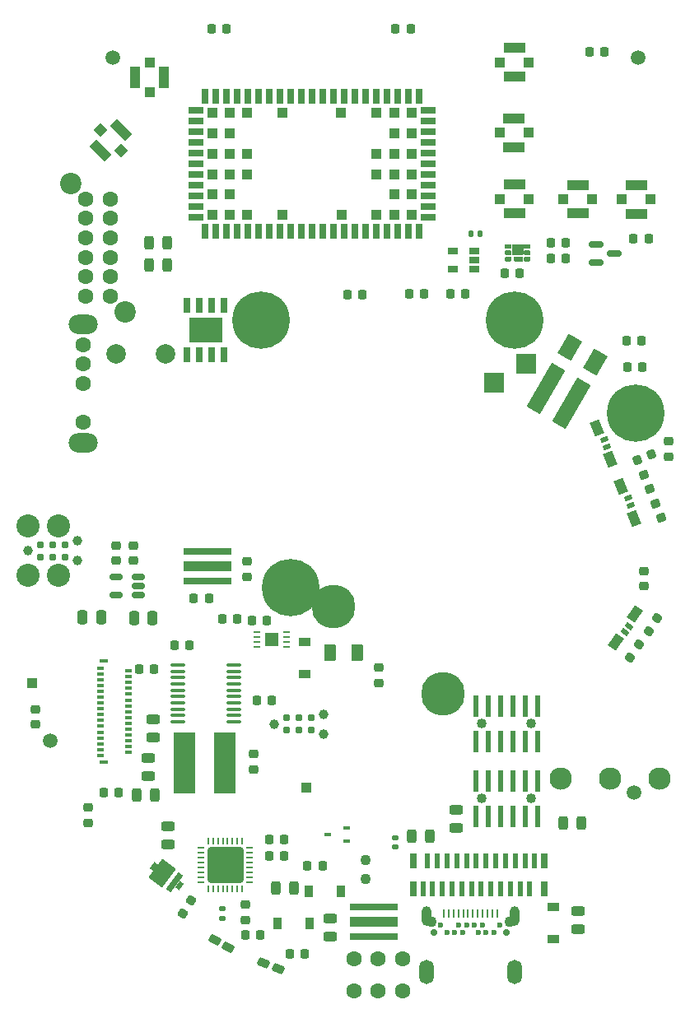
<source format=gbr>
G04 #@! TF.GenerationSoftware,KiCad,Pcbnew,8.0.8+dfsg-1*
G04 #@! TF.CreationDate,2025-03-16T16:58:16-04:00*
G04 #@! TF.ProjectId,RUST_Motherboard,52555354-5f4d-46f7-9468-6572626f6172,rev?*
G04 #@! TF.SameCoordinates,Original*
G04 #@! TF.FileFunction,Soldermask,Top*
G04 #@! TF.FilePolarity,Negative*
%FSLAX46Y46*%
G04 Gerber Fmt 4.6, Leading zero omitted, Abs format (unit mm)*
G04 Created by KiCad (PCBNEW 8.0.8+dfsg-1) date 2025-03-16 16:58:16*
%MOMM*%
%LPD*%
G01*
G04 APERTURE LIST*
G04 Aperture macros list*
%AMRoundRect*
0 Rectangle with rounded corners*
0 $1 Rounding radius*
0 $2 $3 $4 $5 $6 $7 $8 $9 X,Y pos of 4 corners*
0 Add a 4 corners polygon primitive as box body*
4,1,4,$2,$3,$4,$5,$6,$7,$8,$9,$2,$3,0*
0 Add four circle primitives for the rounded corners*
1,1,$1+$1,$2,$3*
1,1,$1+$1,$4,$5*
1,1,$1+$1,$6,$7*
1,1,$1+$1,$8,$9*
0 Add four rect primitives between the rounded corners*
20,1,$1+$1,$2,$3,$4,$5,0*
20,1,$1+$1,$4,$5,$6,$7,0*
20,1,$1+$1,$6,$7,$8,$9,0*
20,1,$1+$1,$8,$9,$2,$3,0*%
%AMRotRect*
0 Rectangle, with rotation*
0 The origin of the aperture is its center*
0 $1 length*
0 $2 width*
0 $3 Rotation angle, in degrees counterclockwise*
0 Add horizontal line*
21,1,$1,$2,0,0,$3*%
G04 Aperture macros list end*
%ADD10C,0.010000*%
%ADD11RoundRect,0.147500X0.172500X-0.147500X0.172500X0.147500X-0.172500X0.147500X-0.172500X-0.147500X0*%
%ADD12RoundRect,0.225000X-0.225000X-0.250000X0.225000X-0.250000X0.225000X0.250000X-0.225000X0.250000X0*%
%ADD13RoundRect,0.218750X-0.218750X-0.256250X0.218750X-0.256250X0.218750X0.256250X-0.218750X0.256250X0*%
%ADD14C,1.020000*%
%ADD15R,0.600000X2.250000*%
%ADD16C,2.300000*%
%ADD17R,0.800000X1.600000*%
%ADD18R,0.600000X1.600000*%
%ADD19R,1.200000X0.900000*%
%ADD20RoundRect,0.243750X-0.243750X-0.456250X0.243750X-0.456250X0.243750X0.456250X-0.243750X0.456250X0*%
%ADD21RoundRect,0.243750X0.456250X-0.243750X0.456250X0.243750X-0.456250X0.243750X-0.456250X-0.243750X0*%
%ADD22RoundRect,0.243750X0.243750X0.456250X-0.243750X0.456250X-0.243750X-0.456250X0.243750X-0.456250X0*%
%ADD23C,1.600000*%
%ADD24RoundRect,0.225000X0.225000X0.250000X-0.225000X0.250000X-0.225000X-0.250000X0.225000X-0.250000X0*%
%ADD25C,1.500000*%
%ADD26RoundRect,0.212500X-0.449585X-0.055039X0.297279X-0.341733X0.449585X0.055039X-0.297279X0.341733X0*%
%ADD27RoundRect,0.218750X-0.256250X0.218750X-0.256250X-0.218750X0.256250X-0.218750X0.256250X0.218750X0*%
%ADD28R,1.360000X1.460000*%
%ADD29R,0.750000X0.280000*%
%ADD30C,0.700000*%
%ADD31R,0.280000X0.890000*%
%ADD32C,0.600000*%
%ADD33O,1.000000X2.000000*%
%ADD34O,1.500000X2.500000*%
%ADD35C,1.100000*%
%ADD36R,0.800000X1.500000*%
%ADD37R,1.500000X0.800000*%
%ADD38R,1.100000X1.100000*%
%ADD39RoundRect,0.218750X0.256250X-0.218750X0.256250X0.218750X-0.256250X0.218750X-0.256250X-0.218750X0*%
%ADD40RoundRect,0.218750X-0.319536X0.106829X-0.155646X-0.298814X0.319536X-0.106829X0.155646X0.298814X0*%
%ADD41RoundRect,0.218750X0.084438X-0.326168X0.335378X0.032211X-0.084438X0.326168X-0.335378X-0.032211X0*%
%ADD42RoundRect,0.218750X-0.084438X0.326168X-0.335378X-0.032211X0.084438X-0.326168X0.335378X0.032211X0*%
%ADD43RoundRect,0.218750X0.218750X0.256250X-0.218750X0.256250X-0.218750X-0.256250X0.218750X-0.256250X0*%
%ADD44RoundRect,0.218750X0.319536X-0.106829X0.155646X0.298814X-0.319536X0.106829X-0.155646X-0.298814X0*%
%ADD45RoundRect,0.147500X-0.147500X-0.172500X0.147500X-0.172500X0.147500X0.172500X-0.147500X0.172500X0*%
%ADD46R,1.000000X1.000000*%
%ADD47R,1.050000X2.200000*%
%ADD48RotRect,1.000000X1.000000X45.000000*%
%ADD49RotRect,1.050000X2.200000X45.000000*%
%ADD50RoundRect,0.212500X-0.452942X0.000162X0.253416X-0.375415X0.452942X-0.000162X-0.253416X0.375415X0*%
%ADD51R,5.000000X0.700000*%
%ADD52R,5.000000X1.000000*%
%ADD53C,2.375000*%
%ADD54C,0.991000*%
%ADD55C,0.787000*%
%ADD56RoundRect,0.218750X-0.106829X-0.319536X0.298814X-0.155646X0.106829X0.319536X-0.298814X0.155646X0*%
%ADD57R,1.060000X0.650000*%
%ADD58RoundRect,0.243750X-0.456250X0.243750X-0.456250X-0.243750X0.456250X-0.243750X0.456250X0.243750X0*%
%ADD59R,0.700000X0.450000*%
%ADD60R,2.200000X6.300000*%
%ADD61R,2.200000X1.050000*%
%ADD62RoundRect,0.218750X0.101392X-0.321302X0.333232X0.049719X-0.101392X0.321302X-0.333232X-0.049719X0*%
%ADD63RotRect,0.800000X0.500000X53.000000*%
%ADD64RotRect,2.400000X1.750000X53.000000*%
%ADD65RotRect,2.150000X0.600000X53.000000*%
%ADD66RoundRect,0.150000X-0.587500X-0.150000X0.587500X-0.150000X0.587500X0.150000X-0.587500X0.150000X0*%
%ADD67R,0.950000X0.400000*%
%ADD68R,0.800000X0.300000*%
%ADD69R,0.650000X0.300000*%
%ADD70RoundRect,0.250000X-0.375000X-0.625000X0.375000X-0.625000X0.375000X0.625000X-0.375000X0.625000X0*%
%ADD71R,3.500000X2.610000*%
%ADD72RoundRect,0.147500X-0.172500X0.147500X-0.172500X-0.147500X0.172500X-0.147500X0.172500X0.147500X0*%
%ADD73RoundRect,0.225000X-0.250000X0.225000X-0.250000X-0.225000X0.250000X-0.225000X0.250000X0.225000X0*%
%ADD74RotRect,1.600000X5.200000X330.000000*%
%ADD75RotRect,1.600000X2.300000X330.000000*%
%ADD76RoundRect,0.062500X0.312500X0.062500X-0.312500X0.062500X-0.312500X-0.062500X0.312500X-0.062500X0*%
%ADD77RoundRect,0.062500X0.062500X0.312500X-0.062500X0.312500X-0.062500X-0.312500X0.062500X-0.312500X0*%
%ADD78RoundRect,0.249999X1.575001X1.575001X-1.575001X1.575001X-1.575001X-1.575001X1.575001X-1.575001X0*%
%ADD79RoundRect,0.250000X-0.250000X-0.475000X0.250000X-0.475000X0.250000X0.475000X-0.250000X0.475000X0*%
%ADD80RoundRect,0.250000X0.250000X0.475000X-0.250000X0.475000X-0.250000X-0.475000X0.250000X-0.475000X0*%
%ADD81RoundRect,0.150000X0.512500X0.150000X-0.512500X0.150000X-0.512500X-0.150000X0.512500X-0.150000X0*%
%ADD82RoundRect,0.100000X0.637500X0.100000X-0.637500X0.100000X-0.637500X-0.100000X0.637500X-0.100000X0*%
%ADD83RotRect,0.500000X0.800000X112.000000*%
%ADD84RotRect,1.500000X1.000000X112.000000*%
%ADD85R,0.900000X1.200000*%
%ADD86R,2.000000X2.000000*%
%ADD87C,2.000000*%
%ADD88RotRect,0.500000X0.800000X55.000000*%
%ADD89RotRect,1.500000X1.000000X55.000000*%
%ADD90C,5.900000*%
%ADD91O,3.000000X2.000000*%
%ADD92C,2.200000*%
%ADD93C,4.500000*%
G04 APERTURE END LIST*
D10*
X163505234Y-78147637D02*
X163510453Y-78148048D01*
X163515643Y-78148731D01*
X163520791Y-78149685D01*
X163525882Y-78150907D01*
X163530902Y-78152394D01*
X163535837Y-78154142D01*
X163540674Y-78156145D01*
X163545399Y-78158399D01*
X163550000Y-78160897D01*
X163554464Y-78163633D01*
X163558779Y-78166598D01*
X163562932Y-78169785D01*
X163566913Y-78173186D01*
X163570711Y-78176789D01*
X163574314Y-78180587D01*
X163577715Y-78184568D01*
X163580902Y-78188721D01*
X163583867Y-78193036D01*
X163586603Y-78197500D01*
X163589101Y-78202101D01*
X163591355Y-78206826D01*
X163593358Y-78211663D01*
X163595106Y-78216598D01*
X163596593Y-78221618D01*
X163597815Y-78226709D01*
X163598769Y-78231857D01*
X163599452Y-78237047D01*
X163599863Y-78242266D01*
X163600000Y-78247500D01*
X163600000Y-78447500D01*
X163599863Y-78452734D01*
X163599452Y-78457953D01*
X163598769Y-78463143D01*
X163597815Y-78468291D01*
X163596593Y-78473382D01*
X163595106Y-78478402D01*
X163593358Y-78483337D01*
X163591355Y-78488174D01*
X163589101Y-78492899D01*
X163586603Y-78497500D01*
X163583867Y-78501964D01*
X163580902Y-78506279D01*
X163577715Y-78510432D01*
X163574314Y-78514413D01*
X163570711Y-78518211D01*
X163566913Y-78521814D01*
X163562932Y-78525215D01*
X163558779Y-78528402D01*
X163554464Y-78531367D01*
X163550000Y-78534103D01*
X163545399Y-78536601D01*
X163540674Y-78538855D01*
X163535837Y-78540858D01*
X163530902Y-78542606D01*
X163525882Y-78544093D01*
X163520791Y-78545315D01*
X163515643Y-78546269D01*
X163510453Y-78546952D01*
X163505234Y-78547363D01*
X163500000Y-78547500D01*
X163150000Y-78547500D01*
X163144766Y-78547363D01*
X163139547Y-78546952D01*
X163134357Y-78546269D01*
X163129209Y-78545315D01*
X163124118Y-78544093D01*
X163119098Y-78542606D01*
X163114163Y-78540858D01*
X163109326Y-78538855D01*
X163104601Y-78536601D01*
X163100000Y-78534103D01*
X163095536Y-78531367D01*
X163091221Y-78528402D01*
X163087068Y-78525215D01*
X163083087Y-78521814D01*
X163079289Y-78518211D01*
X163075686Y-78514413D01*
X163072285Y-78510432D01*
X163069098Y-78506279D01*
X163066133Y-78501964D01*
X163063397Y-78497500D01*
X163060899Y-78492899D01*
X163058645Y-78488174D01*
X163056642Y-78483337D01*
X163054894Y-78478402D01*
X163053407Y-78473382D01*
X163052185Y-78468291D01*
X163051231Y-78463143D01*
X163050548Y-78457953D01*
X163050137Y-78452734D01*
X163050000Y-78447500D01*
X163050000Y-78247500D01*
X163050137Y-78242266D01*
X163050548Y-78237047D01*
X163051231Y-78231857D01*
X163052185Y-78226709D01*
X163053407Y-78221618D01*
X163054894Y-78216598D01*
X163056642Y-78211663D01*
X163058645Y-78206826D01*
X163060899Y-78202101D01*
X163063397Y-78197500D01*
X163066133Y-78193036D01*
X163069098Y-78188721D01*
X163072285Y-78184568D01*
X163075686Y-78180587D01*
X163079289Y-78176789D01*
X163083087Y-78173186D01*
X163087068Y-78169785D01*
X163091221Y-78166598D01*
X163095536Y-78163633D01*
X163100000Y-78160897D01*
X163104601Y-78158399D01*
X163109326Y-78156145D01*
X163114163Y-78154142D01*
X163119098Y-78152394D01*
X163124118Y-78150907D01*
X163129209Y-78149685D01*
X163134357Y-78148731D01*
X163139547Y-78148048D01*
X163144766Y-78147637D01*
X163150000Y-78147500D01*
X163500000Y-78147500D01*
X163505234Y-78147637D01*
G36*
X163505234Y-78147637D02*
G01*
X163510453Y-78148048D01*
X163515643Y-78148731D01*
X163520791Y-78149685D01*
X163525882Y-78150907D01*
X163530902Y-78152394D01*
X163535837Y-78154142D01*
X163540674Y-78156145D01*
X163545399Y-78158399D01*
X163550000Y-78160897D01*
X163554464Y-78163633D01*
X163558779Y-78166598D01*
X163562932Y-78169785D01*
X163566913Y-78173186D01*
X163570711Y-78176789D01*
X163574314Y-78180587D01*
X163577715Y-78184568D01*
X163580902Y-78188721D01*
X163583867Y-78193036D01*
X163586603Y-78197500D01*
X163589101Y-78202101D01*
X163591355Y-78206826D01*
X163593358Y-78211663D01*
X163595106Y-78216598D01*
X163596593Y-78221618D01*
X163597815Y-78226709D01*
X163598769Y-78231857D01*
X163599452Y-78237047D01*
X163599863Y-78242266D01*
X163600000Y-78247500D01*
X163600000Y-78447500D01*
X163599863Y-78452734D01*
X163599452Y-78457953D01*
X163598769Y-78463143D01*
X163597815Y-78468291D01*
X163596593Y-78473382D01*
X163595106Y-78478402D01*
X163593358Y-78483337D01*
X163591355Y-78488174D01*
X163589101Y-78492899D01*
X163586603Y-78497500D01*
X163583867Y-78501964D01*
X163580902Y-78506279D01*
X163577715Y-78510432D01*
X163574314Y-78514413D01*
X163570711Y-78518211D01*
X163566913Y-78521814D01*
X163562932Y-78525215D01*
X163558779Y-78528402D01*
X163554464Y-78531367D01*
X163550000Y-78534103D01*
X163545399Y-78536601D01*
X163540674Y-78538855D01*
X163535837Y-78540858D01*
X163530902Y-78542606D01*
X163525882Y-78544093D01*
X163520791Y-78545315D01*
X163515643Y-78546269D01*
X163510453Y-78546952D01*
X163505234Y-78547363D01*
X163500000Y-78547500D01*
X163150000Y-78547500D01*
X163144766Y-78547363D01*
X163139547Y-78546952D01*
X163134357Y-78546269D01*
X163129209Y-78545315D01*
X163124118Y-78544093D01*
X163119098Y-78542606D01*
X163114163Y-78540858D01*
X163109326Y-78538855D01*
X163104601Y-78536601D01*
X163100000Y-78534103D01*
X163095536Y-78531367D01*
X163091221Y-78528402D01*
X163087068Y-78525215D01*
X163083087Y-78521814D01*
X163079289Y-78518211D01*
X163075686Y-78514413D01*
X163072285Y-78510432D01*
X163069098Y-78506279D01*
X163066133Y-78501964D01*
X163063397Y-78497500D01*
X163060899Y-78492899D01*
X163058645Y-78488174D01*
X163056642Y-78483337D01*
X163054894Y-78478402D01*
X163053407Y-78473382D01*
X163052185Y-78468291D01*
X163051231Y-78463143D01*
X163050548Y-78457953D01*
X163050137Y-78452734D01*
X163050000Y-78447500D01*
X163050000Y-78247500D01*
X163050137Y-78242266D01*
X163050548Y-78237047D01*
X163051231Y-78231857D01*
X163052185Y-78226709D01*
X163053407Y-78221618D01*
X163054894Y-78216598D01*
X163056642Y-78211663D01*
X163058645Y-78206826D01*
X163060899Y-78202101D01*
X163063397Y-78197500D01*
X163066133Y-78193036D01*
X163069098Y-78188721D01*
X163072285Y-78184568D01*
X163075686Y-78180587D01*
X163079289Y-78176789D01*
X163083087Y-78173186D01*
X163087068Y-78169785D01*
X163091221Y-78166598D01*
X163095536Y-78163633D01*
X163100000Y-78160897D01*
X163104601Y-78158399D01*
X163109326Y-78156145D01*
X163114163Y-78154142D01*
X163119098Y-78152394D01*
X163124118Y-78150907D01*
X163129209Y-78149685D01*
X163134357Y-78148731D01*
X163139547Y-78148048D01*
X163144766Y-78147637D01*
X163150000Y-78147500D01*
X163500000Y-78147500D01*
X163505234Y-78147637D01*
G37*
X163505234Y-78797637D02*
X163510453Y-78798048D01*
X163515643Y-78798731D01*
X163520791Y-78799685D01*
X163525882Y-78800907D01*
X163530902Y-78802394D01*
X163535837Y-78804142D01*
X163540674Y-78806145D01*
X163545399Y-78808399D01*
X163550000Y-78810897D01*
X163554464Y-78813633D01*
X163558779Y-78816598D01*
X163562932Y-78819785D01*
X163566913Y-78823186D01*
X163570711Y-78826789D01*
X163574314Y-78830587D01*
X163577715Y-78834568D01*
X163580902Y-78838721D01*
X163583867Y-78843036D01*
X163586603Y-78847500D01*
X163589101Y-78852101D01*
X163591355Y-78856826D01*
X163593358Y-78861663D01*
X163595106Y-78866598D01*
X163596593Y-78871618D01*
X163597815Y-78876709D01*
X163598769Y-78881857D01*
X163599452Y-78887047D01*
X163599863Y-78892266D01*
X163600000Y-78897500D01*
X163600000Y-79097500D01*
X163599863Y-79102734D01*
X163599452Y-79107953D01*
X163598769Y-79113143D01*
X163597815Y-79118291D01*
X163596593Y-79123382D01*
X163595106Y-79128402D01*
X163593358Y-79133337D01*
X163591355Y-79138174D01*
X163589101Y-79142899D01*
X163586603Y-79147500D01*
X163583867Y-79151964D01*
X163580902Y-79156279D01*
X163577715Y-79160432D01*
X163574314Y-79164413D01*
X163570711Y-79168211D01*
X163566913Y-79171814D01*
X163562932Y-79175215D01*
X163558779Y-79178402D01*
X163554464Y-79181367D01*
X163550000Y-79184103D01*
X163545399Y-79186601D01*
X163540674Y-79188855D01*
X163535837Y-79190858D01*
X163530902Y-79192606D01*
X163525882Y-79194093D01*
X163520791Y-79195315D01*
X163515643Y-79196269D01*
X163510453Y-79196952D01*
X163505234Y-79197363D01*
X163500000Y-79197500D01*
X163150000Y-79197500D01*
X163144766Y-79197363D01*
X163139547Y-79196952D01*
X163134357Y-79196269D01*
X163129209Y-79195315D01*
X163124118Y-79194093D01*
X163119098Y-79192606D01*
X163114163Y-79190858D01*
X163109326Y-79188855D01*
X163104601Y-79186601D01*
X163100000Y-79184103D01*
X163095536Y-79181367D01*
X163091221Y-79178402D01*
X163087068Y-79175215D01*
X163083087Y-79171814D01*
X163079289Y-79168211D01*
X163075686Y-79164413D01*
X163072285Y-79160432D01*
X163069098Y-79156279D01*
X163066133Y-79151964D01*
X163063397Y-79147500D01*
X163060899Y-79142899D01*
X163058645Y-79138174D01*
X163056642Y-79133337D01*
X163054894Y-79128402D01*
X163053407Y-79123382D01*
X163052185Y-79118291D01*
X163051231Y-79113143D01*
X163050548Y-79107953D01*
X163050137Y-79102734D01*
X163050000Y-79097500D01*
X163050000Y-78897500D01*
X163050137Y-78892266D01*
X163050548Y-78887047D01*
X163051231Y-78881857D01*
X163052185Y-78876709D01*
X163053407Y-78871618D01*
X163054894Y-78866598D01*
X163056642Y-78861663D01*
X163058645Y-78856826D01*
X163060899Y-78852101D01*
X163063397Y-78847500D01*
X163066133Y-78843036D01*
X163069098Y-78838721D01*
X163072285Y-78834568D01*
X163075686Y-78830587D01*
X163079289Y-78826789D01*
X163083087Y-78823186D01*
X163087068Y-78819785D01*
X163091221Y-78816598D01*
X163095536Y-78813633D01*
X163100000Y-78810897D01*
X163104601Y-78808399D01*
X163109326Y-78806145D01*
X163114163Y-78804142D01*
X163119098Y-78802394D01*
X163124118Y-78800907D01*
X163129209Y-78799685D01*
X163134357Y-78798731D01*
X163139547Y-78798048D01*
X163144766Y-78797637D01*
X163150000Y-78797500D01*
X163500000Y-78797500D01*
X163505234Y-78797637D01*
G36*
X163505234Y-78797637D02*
G01*
X163510453Y-78798048D01*
X163515643Y-78798731D01*
X163520791Y-78799685D01*
X163525882Y-78800907D01*
X163530902Y-78802394D01*
X163535837Y-78804142D01*
X163540674Y-78806145D01*
X163545399Y-78808399D01*
X163550000Y-78810897D01*
X163554464Y-78813633D01*
X163558779Y-78816598D01*
X163562932Y-78819785D01*
X163566913Y-78823186D01*
X163570711Y-78826789D01*
X163574314Y-78830587D01*
X163577715Y-78834568D01*
X163580902Y-78838721D01*
X163583867Y-78843036D01*
X163586603Y-78847500D01*
X163589101Y-78852101D01*
X163591355Y-78856826D01*
X163593358Y-78861663D01*
X163595106Y-78866598D01*
X163596593Y-78871618D01*
X163597815Y-78876709D01*
X163598769Y-78881857D01*
X163599452Y-78887047D01*
X163599863Y-78892266D01*
X163600000Y-78897500D01*
X163600000Y-79097500D01*
X163599863Y-79102734D01*
X163599452Y-79107953D01*
X163598769Y-79113143D01*
X163597815Y-79118291D01*
X163596593Y-79123382D01*
X163595106Y-79128402D01*
X163593358Y-79133337D01*
X163591355Y-79138174D01*
X163589101Y-79142899D01*
X163586603Y-79147500D01*
X163583867Y-79151964D01*
X163580902Y-79156279D01*
X163577715Y-79160432D01*
X163574314Y-79164413D01*
X163570711Y-79168211D01*
X163566913Y-79171814D01*
X163562932Y-79175215D01*
X163558779Y-79178402D01*
X163554464Y-79181367D01*
X163550000Y-79184103D01*
X163545399Y-79186601D01*
X163540674Y-79188855D01*
X163535837Y-79190858D01*
X163530902Y-79192606D01*
X163525882Y-79194093D01*
X163520791Y-79195315D01*
X163515643Y-79196269D01*
X163510453Y-79196952D01*
X163505234Y-79197363D01*
X163500000Y-79197500D01*
X163150000Y-79197500D01*
X163144766Y-79197363D01*
X163139547Y-79196952D01*
X163134357Y-79196269D01*
X163129209Y-79195315D01*
X163124118Y-79194093D01*
X163119098Y-79192606D01*
X163114163Y-79190858D01*
X163109326Y-79188855D01*
X163104601Y-79186601D01*
X163100000Y-79184103D01*
X163095536Y-79181367D01*
X163091221Y-79178402D01*
X163087068Y-79175215D01*
X163083087Y-79171814D01*
X163079289Y-79168211D01*
X163075686Y-79164413D01*
X163072285Y-79160432D01*
X163069098Y-79156279D01*
X163066133Y-79151964D01*
X163063397Y-79147500D01*
X163060899Y-79142899D01*
X163058645Y-79138174D01*
X163056642Y-79133337D01*
X163054894Y-79128402D01*
X163053407Y-79123382D01*
X163052185Y-79118291D01*
X163051231Y-79113143D01*
X163050548Y-79107953D01*
X163050137Y-79102734D01*
X163050000Y-79097500D01*
X163050000Y-78897500D01*
X163050137Y-78892266D01*
X163050548Y-78887047D01*
X163051231Y-78881857D01*
X163052185Y-78876709D01*
X163053407Y-78871618D01*
X163054894Y-78866598D01*
X163056642Y-78861663D01*
X163058645Y-78856826D01*
X163060899Y-78852101D01*
X163063397Y-78847500D01*
X163066133Y-78843036D01*
X163069098Y-78838721D01*
X163072285Y-78834568D01*
X163075686Y-78830587D01*
X163079289Y-78826789D01*
X163083087Y-78823186D01*
X163087068Y-78819785D01*
X163091221Y-78816598D01*
X163095536Y-78813633D01*
X163100000Y-78810897D01*
X163104601Y-78808399D01*
X163109326Y-78806145D01*
X163114163Y-78804142D01*
X163119098Y-78802394D01*
X163124118Y-78800907D01*
X163129209Y-78799685D01*
X163134357Y-78798731D01*
X163139547Y-78798048D01*
X163144766Y-78797637D01*
X163150000Y-78797500D01*
X163500000Y-78797500D01*
X163505234Y-78797637D01*
G37*
X163505234Y-79447637D02*
X163510453Y-79448048D01*
X163515643Y-79448731D01*
X163520791Y-79449685D01*
X163525882Y-79450907D01*
X163530902Y-79452394D01*
X163535837Y-79454142D01*
X163540674Y-79456145D01*
X163545399Y-79458399D01*
X163550000Y-79460897D01*
X163554464Y-79463633D01*
X163558779Y-79466598D01*
X163562932Y-79469785D01*
X163566913Y-79473186D01*
X163570711Y-79476789D01*
X163574314Y-79480587D01*
X163577715Y-79484568D01*
X163580902Y-79488721D01*
X163583867Y-79493036D01*
X163586603Y-79497500D01*
X163589101Y-79502101D01*
X163591355Y-79506826D01*
X163593358Y-79511663D01*
X163595106Y-79516598D01*
X163596593Y-79521618D01*
X163597815Y-79526709D01*
X163598769Y-79531857D01*
X163599452Y-79537047D01*
X163599863Y-79542266D01*
X163600000Y-79547500D01*
X163600000Y-79747500D01*
X163599863Y-79752734D01*
X163599452Y-79757953D01*
X163598769Y-79763143D01*
X163597815Y-79768291D01*
X163596593Y-79773382D01*
X163595106Y-79778402D01*
X163593358Y-79783337D01*
X163591355Y-79788174D01*
X163589101Y-79792899D01*
X163586603Y-79797500D01*
X163583867Y-79801964D01*
X163580902Y-79806279D01*
X163577715Y-79810432D01*
X163574314Y-79814413D01*
X163570711Y-79818211D01*
X163566913Y-79821814D01*
X163562932Y-79825215D01*
X163558779Y-79828402D01*
X163554464Y-79831367D01*
X163550000Y-79834103D01*
X163545399Y-79836601D01*
X163540674Y-79838855D01*
X163535837Y-79840858D01*
X163530902Y-79842606D01*
X163525882Y-79844093D01*
X163520791Y-79845315D01*
X163515643Y-79846269D01*
X163510453Y-79846952D01*
X163505234Y-79847363D01*
X163500000Y-79847500D01*
X163150000Y-79847500D01*
X163144766Y-79847363D01*
X163139547Y-79846952D01*
X163134357Y-79846269D01*
X163129209Y-79845315D01*
X163124118Y-79844093D01*
X163119098Y-79842606D01*
X163114163Y-79840858D01*
X163109326Y-79838855D01*
X163104601Y-79836601D01*
X163100000Y-79834103D01*
X163095536Y-79831367D01*
X163091221Y-79828402D01*
X163087068Y-79825215D01*
X163083087Y-79821814D01*
X163079289Y-79818211D01*
X163075686Y-79814413D01*
X163072285Y-79810432D01*
X163069098Y-79806279D01*
X163066133Y-79801964D01*
X163063397Y-79797500D01*
X163060899Y-79792899D01*
X163058645Y-79788174D01*
X163056642Y-79783337D01*
X163054894Y-79778402D01*
X163053407Y-79773382D01*
X163052185Y-79768291D01*
X163051231Y-79763143D01*
X163050548Y-79757953D01*
X163050137Y-79752734D01*
X163050000Y-79747500D01*
X163050000Y-79547500D01*
X163050137Y-79542266D01*
X163050548Y-79537047D01*
X163051231Y-79531857D01*
X163052185Y-79526709D01*
X163053407Y-79521618D01*
X163054894Y-79516598D01*
X163056642Y-79511663D01*
X163058645Y-79506826D01*
X163060899Y-79502101D01*
X163063397Y-79497500D01*
X163066133Y-79493036D01*
X163069098Y-79488721D01*
X163072285Y-79484568D01*
X163075686Y-79480587D01*
X163079289Y-79476789D01*
X163083087Y-79473186D01*
X163087068Y-79469785D01*
X163091221Y-79466598D01*
X163095536Y-79463633D01*
X163100000Y-79460897D01*
X163104601Y-79458399D01*
X163109326Y-79456145D01*
X163114163Y-79454142D01*
X163119098Y-79452394D01*
X163124118Y-79450907D01*
X163129209Y-79449685D01*
X163134357Y-79448731D01*
X163139547Y-79448048D01*
X163144766Y-79447637D01*
X163150000Y-79447500D01*
X163500000Y-79447500D01*
X163505234Y-79447637D01*
G36*
X163505234Y-79447637D02*
G01*
X163510453Y-79448048D01*
X163515643Y-79448731D01*
X163520791Y-79449685D01*
X163525882Y-79450907D01*
X163530902Y-79452394D01*
X163535837Y-79454142D01*
X163540674Y-79456145D01*
X163545399Y-79458399D01*
X163550000Y-79460897D01*
X163554464Y-79463633D01*
X163558779Y-79466598D01*
X163562932Y-79469785D01*
X163566913Y-79473186D01*
X163570711Y-79476789D01*
X163574314Y-79480587D01*
X163577715Y-79484568D01*
X163580902Y-79488721D01*
X163583867Y-79493036D01*
X163586603Y-79497500D01*
X163589101Y-79502101D01*
X163591355Y-79506826D01*
X163593358Y-79511663D01*
X163595106Y-79516598D01*
X163596593Y-79521618D01*
X163597815Y-79526709D01*
X163598769Y-79531857D01*
X163599452Y-79537047D01*
X163599863Y-79542266D01*
X163600000Y-79547500D01*
X163600000Y-79747500D01*
X163599863Y-79752734D01*
X163599452Y-79757953D01*
X163598769Y-79763143D01*
X163597815Y-79768291D01*
X163596593Y-79773382D01*
X163595106Y-79778402D01*
X163593358Y-79783337D01*
X163591355Y-79788174D01*
X163589101Y-79792899D01*
X163586603Y-79797500D01*
X163583867Y-79801964D01*
X163580902Y-79806279D01*
X163577715Y-79810432D01*
X163574314Y-79814413D01*
X163570711Y-79818211D01*
X163566913Y-79821814D01*
X163562932Y-79825215D01*
X163558779Y-79828402D01*
X163554464Y-79831367D01*
X163550000Y-79834103D01*
X163545399Y-79836601D01*
X163540674Y-79838855D01*
X163535837Y-79840858D01*
X163530902Y-79842606D01*
X163525882Y-79844093D01*
X163520791Y-79845315D01*
X163515643Y-79846269D01*
X163510453Y-79846952D01*
X163505234Y-79847363D01*
X163500000Y-79847500D01*
X163150000Y-79847500D01*
X163144766Y-79847363D01*
X163139547Y-79846952D01*
X163134357Y-79846269D01*
X163129209Y-79845315D01*
X163124118Y-79844093D01*
X163119098Y-79842606D01*
X163114163Y-79840858D01*
X163109326Y-79838855D01*
X163104601Y-79836601D01*
X163100000Y-79834103D01*
X163095536Y-79831367D01*
X163091221Y-79828402D01*
X163087068Y-79825215D01*
X163083087Y-79821814D01*
X163079289Y-79818211D01*
X163075686Y-79814413D01*
X163072285Y-79810432D01*
X163069098Y-79806279D01*
X163066133Y-79801964D01*
X163063397Y-79797500D01*
X163060899Y-79792899D01*
X163058645Y-79788174D01*
X163056642Y-79783337D01*
X163054894Y-79778402D01*
X163053407Y-79773382D01*
X163052185Y-79768291D01*
X163051231Y-79763143D01*
X163050548Y-79757953D01*
X163050137Y-79752734D01*
X163050000Y-79747500D01*
X163050000Y-79547500D01*
X163050137Y-79542266D01*
X163050548Y-79537047D01*
X163051231Y-79531857D01*
X163052185Y-79526709D01*
X163053407Y-79521618D01*
X163054894Y-79516598D01*
X163056642Y-79511663D01*
X163058645Y-79506826D01*
X163060899Y-79502101D01*
X163063397Y-79497500D01*
X163066133Y-79493036D01*
X163069098Y-79488721D01*
X163072285Y-79484568D01*
X163075686Y-79480587D01*
X163079289Y-79476789D01*
X163083087Y-79473186D01*
X163087068Y-79469785D01*
X163091221Y-79466598D01*
X163095536Y-79463633D01*
X163100000Y-79460897D01*
X163104601Y-79458399D01*
X163109326Y-79456145D01*
X163114163Y-79454142D01*
X163119098Y-79452394D01*
X163124118Y-79450907D01*
X163129209Y-79449685D01*
X163134357Y-79448731D01*
X163139547Y-79448048D01*
X163144766Y-79447637D01*
X163150000Y-79447500D01*
X163500000Y-79447500D01*
X163505234Y-79447637D01*
G37*
X164725234Y-79447637D02*
X164730453Y-79448048D01*
X164735643Y-79448731D01*
X164740791Y-79449685D01*
X164745882Y-79450907D01*
X164750902Y-79452394D01*
X164755837Y-79454142D01*
X164760674Y-79456145D01*
X164765399Y-79458399D01*
X164770000Y-79460897D01*
X164774464Y-79463633D01*
X164778779Y-79466598D01*
X164782932Y-79469785D01*
X164786913Y-79473186D01*
X164790711Y-79476789D01*
X164794314Y-79480587D01*
X164797715Y-79484568D01*
X164800902Y-79488721D01*
X164803867Y-79493036D01*
X164806603Y-79497500D01*
X164809101Y-79502101D01*
X164811355Y-79506826D01*
X164813358Y-79511663D01*
X164815106Y-79516598D01*
X164816593Y-79521618D01*
X164817815Y-79526709D01*
X164818769Y-79531857D01*
X164819452Y-79537047D01*
X164819863Y-79542266D01*
X164820000Y-79547500D01*
X164820000Y-79747500D01*
X164819863Y-79752734D01*
X164819452Y-79757953D01*
X164818769Y-79763143D01*
X164817815Y-79768291D01*
X164816593Y-79773382D01*
X164815106Y-79778402D01*
X164813358Y-79783337D01*
X164811355Y-79788174D01*
X164809101Y-79792899D01*
X164806603Y-79797500D01*
X164803867Y-79801964D01*
X164800902Y-79806279D01*
X164797715Y-79810432D01*
X164794314Y-79814413D01*
X164790711Y-79818211D01*
X164786913Y-79821814D01*
X164782932Y-79825215D01*
X164778779Y-79828402D01*
X164774464Y-79831367D01*
X164770000Y-79834103D01*
X164765399Y-79836601D01*
X164760674Y-79838855D01*
X164755837Y-79840858D01*
X164750902Y-79842606D01*
X164745882Y-79844093D01*
X164740791Y-79845315D01*
X164735643Y-79846269D01*
X164730453Y-79846952D01*
X164725234Y-79847363D01*
X164720000Y-79847500D01*
X164070000Y-79847500D01*
X164064766Y-79847363D01*
X164059547Y-79846952D01*
X164054357Y-79846269D01*
X164049209Y-79845315D01*
X164044118Y-79844093D01*
X164039098Y-79842606D01*
X164034163Y-79840858D01*
X164029326Y-79838855D01*
X164024601Y-79836601D01*
X164020000Y-79834103D01*
X164015536Y-79831367D01*
X164011221Y-79828402D01*
X164007068Y-79825215D01*
X164003087Y-79821814D01*
X163999289Y-79818211D01*
X163995686Y-79814413D01*
X163992285Y-79810432D01*
X163989098Y-79806279D01*
X163986133Y-79801964D01*
X163983397Y-79797500D01*
X163980899Y-79792899D01*
X163978645Y-79788174D01*
X163976642Y-79783337D01*
X163974894Y-79778402D01*
X163973407Y-79773382D01*
X163972185Y-79768291D01*
X163971231Y-79763143D01*
X163970548Y-79757953D01*
X163970137Y-79752734D01*
X163970000Y-79747500D01*
X163970000Y-79547500D01*
X163970137Y-79542266D01*
X163970548Y-79537047D01*
X163971231Y-79531857D01*
X163972185Y-79526709D01*
X163973407Y-79521618D01*
X163974894Y-79516598D01*
X163976642Y-79511663D01*
X163978645Y-79506826D01*
X163980899Y-79502101D01*
X163983397Y-79497500D01*
X163986133Y-79493036D01*
X163989098Y-79488721D01*
X163992285Y-79484568D01*
X163995686Y-79480587D01*
X163999289Y-79476789D01*
X164003087Y-79473186D01*
X164007068Y-79469785D01*
X164011221Y-79466598D01*
X164015536Y-79463633D01*
X164020000Y-79460897D01*
X164024601Y-79458399D01*
X164029326Y-79456145D01*
X164034163Y-79454142D01*
X164039098Y-79452394D01*
X164044118Y-79450907D01*
X164049209Y-79449685D01*
X164054357Y-79448731D01*
X164059547Y-79448048D01*
X164064766Y-79447637D01*
X164070000Y-79447500D01*
X164720000Y-79447500D01*
X164725234Y-79447637D01*
G36*
X164725234Y-79447637D02*
G01*
X164730453Y-79448048D01*
X164735643Y-79448731D01*
X164740791Y-79449685D01*
X164745882Y-79450907D01*
X164750902Y-79452394D01*
X164755837Y-79454142D01*
X164760674Y-79456145D01*
X164765399Y-79458399D01*
X164770000Y-79460897D01*
X164774464Y-79463633D01*
X164778779Y-79466598D01*
X164782932Y-79469785D01*
X164786913Y-79473186D01*
X164790711Y-79476789D01*
X164794314Y-79480587D01*
X164797715Y-79484568D01*
X164800902Y-79488721D01*
X164803867Y-79493036D01*
X164806603Y-79497500D01*
X164809101Y-79502101D01*
X164811355Y-79506826D01*
X164813358Y-79511663D01*
X164815106Y-79516598D01*
X164816593Y-79521618D01*
X164817815Y-79526709D01*
X164818769Y-79531857D01*
X164819452Y-79537047D01*
X164819863Y-79542266D01*
X164820000Y-79547500D01*
X164820000Y-79747500D01*
X164819863Y-79752734D01*
X164819452Y-79757953D01*
X164818769Y-79763143D01*
X164817815Y-79768291D01*
X164816593Y-79773382D01*
X164815106Y-79778402D01*
X164813358Y-79783337D01*
X164811355Y-79788174D01*
X164809101Y-79792899D01*
X164806603Y-79797500D01*
X164803867Y-79801964D01*
X164800902Y-79806279D01*
X164797715Y-79810432D01*
X164794314Y-79814413D01*
X164790711Y-79818211D01*
X164786913Y-79821814D01*
X164782932Y-79825215D01*
X164778779Y-79828402D01*
X164774464Y-79831367D01*
X164770000Y-79834103D01*
X164765399Y-79836601D01*
X164760674Y-79838855D01*
X164755837Y-79840858D01*
X164750902Y-79842606D01*
X164745882Y-79844093D01*
X164740791Y-79845315D01*
X164735643Y-79846269D01*
X164730453Y-79846952D01*
X164725234Y-79847363D01*
X164720000Y-79847500D01*
X164070000Y-79847500D01*
X164064766Y-79847363D01*
X164059547Y-79846952D01*
X164054357Y-79846269D01*
X164049209Y-79845315D01*
X164044118Y-79844093D01*
X164039098Y-79842606D01*
X164034163Y-79840858D01*
X164029326Y-79838855D01*
X164024601Y-79836601D01*
X164020000Y-79834103D01*
X164015536Y-79831367D01*
X164011221Y-79828402D01*
X164007068Y-79825215D01*
X164003087Y-79821814D01*
X163999289Y-79818211D01*
X163995686Y-79814413D01*
X163992285Y-79810432D01*
X163989098Y-79806279D01*
X163986133Y-79801964D01*
X163983397Y-79797500D01*
X163980899Y-79792899D01*
X163978645Y-79788174D01*
X163976642Y-79783337D01*
X163974894Y-79778402D01*
X163973407Y-79773382D01*
X163972185Y-79768291D01*
X163971231Y-79763143D01*
X163970548Y-79757953D01*
X163970137Y-79752734D01*
X163970000Y-79747500D01*
X163970000Y-79547500D01*
X163970137Y-79542266D01*
X163970548Y-79537047D01*
X163971231Y-79531857D01*
X163972185Y-79526709D01*
X163973407Y-79521618D01*
X163974894Y-79516598D01*
X163976642Y-79511663D01*
X163978645Y-79506826D01*
X163980899Y-79502101D01*
X163983397Y-79497500D01*
X163986133Y-79493036D01*
X163989098Y-79488721D01*
X163992285Y-79484568D01*
X163995686Y-79480587D01*
X163999289Y-79476789D01*
X164003087Y-79473186D01*
X164007068Y-79469785D01*
X164011221Y-79466598D01*
X164015536Y-79463633D01*
X164020000Y-79460897D01*
X164024601Y-79458399D01*
X164029326Y-79456145D01*
X164034163Y-79454142D01*
X164039098Y-79452394D01*
X164044118Y-79450907D01*
X164049209Y-79449685D01*
X164054357Y-79448731D01*
X164059547Y-79448048D01*
X164064766Y-79447637D01*
X164070000Y-79447500D01*
X164720000Y-79447500D01*
X164725234Y-79447637D01*
G37*
X164755234Y-78147637D02*
X164760453Y-78148048D01*
X164765643Y-78148731D01*
X164770791Y-78149685D01*
X164775882Y-78150907D01*
X164780902Y-78152394D01*
X164785837Y-78154142D01*
X164790674Y-78156145D01*
X164795399Y-78158399D01*
X164800000Y-78160897D01*
X164804464Y-78163633D01*
X164808779Y-78166598D01*
X164812932Y-78169785D01*
X164816913Y-78173186D01*
X164820711Y-78176789D01*
X164824314Y-78180587D01*
X164827715Y-78184568D01*
X164830902Y-78188721D01*
X164833867Y-78193036D01*
X164836603Y-78197500D01*
X164839101Y-78202101D01*
X164841355Y-78206826D01*
X164843358Y-78211663D01*
X164845106Y-78216598D01*
X164846593Y-78221618D01*
X164847815Y-78226709D01*
X164848769Y-78231857D01*
X164849452Y-78237047D01*
X164849863Y-78242266D01*
X164850000Y-78247500D01*
X164850000Y-79097500D01*
X164849863Y-79102734D01*
X164849452Y-79107953D01*
X164848769Y-79113143D01*
X164847815Y-79118291D01*
X164846593Y-79123382D01*
X164845106Y-79128402D01*
X164843358Y-79133337D01*
X164841355Y-79138174D01*
X164839101Y-79142899D01*
X164836603Y-79147500D01*
X164833867Y-79151964D01*
X164830902Y-79156279D01*
X164827715Y-79160432D01*
X164824314Y-79164413D01*
X164820711Y-79168211D01*
X164816913Y-79171814D01*
X164812932Y-79175215D01*
X164808779Y-79178402D01*
X164804464Y-79181367D01*
X164800000Y-79184103D01*
X164795399Y-79186601D01*
X164790674Y-79188855D01*
X164785837Y-79190858D01*
X164780902Y-79192606D01*
X164775882Y-79194093D01*
X164770791Y-79195315D01*
X164765643Y-79196269D01*
X164760453Y-79196952D01*
X164755234Y-79197363D01*
X164750000Y-79197500D01*
X163850000Y-79197500D01*
X163844766Y-79197363D01*
X163839547Y-79196952D01*
X163834357Y-79196269D01*
X163829209Y-79195315D01*
X163824118Y-79194093D01*
X163819098Y-79192606D01*
X163814163Y-79190858D01*
X163809326Y-79188855D01*
X163804601Y-79186601D01*
X163800000Y-79184103D01*
X163795536Y-79181367D01*
X163791221Y-79178402D01*
X163787068Y-79175215D01*
X163783087Y-79171814D01*
X163779289Y-79168211D01*
X163775686Y-79164413D01*
X163772285Y-79160432D01*
X163769098Y-79156279D01*
X163766133Y-79151964D01*
X163763397Y-79147500D01*
X163760899Y-79142899D01*
X163758645Y-79138174D01*
X163756642Y-79133337D01*
X163754894Y-79128402D01*
X163753407Y-79123382D01*
X163752185Y-79118291D01*
X163751231Y-79113143D01*
X163750548Y-79107953D01*
X163750137Y-79102734D01*
X163750000Y-79097500D01*
X163750000Y-78247500D01*
X163750137Y-78242266D01*
X163750548Y-78237047D01*
X163751231Y-78231857D01*
X163752185Y-78226709D01*
X163753407Y-78221618D01*
X163754894Y-78216598D01*
X163756642Y-78211663D01*
X163758645Y-78206826D01*
X163760899Y-78202101D01*
X163763397Y-78197500D01*
X163766133Y-78193036D01*
X163769098Y-78188721D01*
X163772285Y-78184568D01*
X163775686Y-78180587D01*
X163779289Y-78176789D01*
X163783087Y-78173186D01*
X163787068Y-78169785D01*
X163791221Y-78166598D01*
X163795536Y-78163633D01*
X163800000Y-78160897D01*
X163804601Y-78158399D01*
X163809326Y-78156145D01*
X163814163Y-78154142D01*
X163819098Y-78152394D01*
X163824118Y-78150907D01*
X163829209Y-78149685D01*
X163834357Y-78148731D01*
X163839547Y-78148048D01*
X163844766Y-78147637D01*
X163850000Y-78147500D01*
X164750000Y-78147500D01*
X164755234Y-78147637D01*
G36*
X164755234Y-78147637D02*
G01*
X164760453Y-78148048D01*
X164765643Y-78148731D01*
X164770791Y-78149685D01*
X164775882Y-78150907D01*
X164780902Y-78152394D01*
X164785837Y-78154142D01*
X164790674Y-78156145D01*
X164795399Y-78158399D01*
X164800000Y-78160897D01*
X164804464Y-78163633D01*
X164808779Y-78166598D01*
X164812932Y-78169785D01*
X164816913Y-78173186D01*
X164820711Y-78176789D01*
X164824314Y-78180587D01*
X164827715Y-78184568D01*
X164830902Y-78188721D01*
X164833867Y-78193036D01*
X164836603Y-78197500D01*
X164839101Y-78202101D01*
X164841355Y-78206826D01*
X164843358Y-78211663D01*
X164845106Y-78216598D01*
X164846593Y-78221618D01*
X164847815Y-78226709D01*
X164848769Y-78231857D01*
X164849452Y-78237047D01*
X164849863Y-78242266D01*
X164850000Y-78247500D01*
X164850000Y-79097500D01*
X164849863Y-79102734D01*
X164849452Y-79107953D01*
X164848769Y-79113143D01*
X164847815Y-79118291D01*
X164846593Y-79123382D01*
X164845106Y-79128402D01*
X164843358Y-79133337D01*
X164841355Y-79138174D01*
X164839101Y-79142899D01*
X164836603Y-79147500D01*
X164833867Y-79151964D01*
X164830902Y-79156279D01*
X164827715Y-79160432D01*
X164824314Y-79164413D01*
X164820711Y-79168211D01*
X164816913Y-79171814D01*
X164812932Y-79175215D01*
X164808779Y-79178402D01*
X164804464Y-79181367D01*
X164800000Y-79184103D01*
X164795399Y-79186601D01*
X164790674Y-79188855D01*
X164785837Y-79190858D01*
X164780902Y-79192606D01*
X164775882Y-79194093D01*
X164770791Y-79195315D01*
X164765643Y-79196269D01*
X164760453Y-79196952D01*
X164755234Y-79197363D01*
X164750000Y-79197500D01*
X163850000Y-79197500D01*
X163844766Y-79197363D01*
X163839547Y-79196952D01*
X163834357Y-79196269D01*
X163829209Y-79195315D01*
X163824118Y-79194093D01*
X163819098Y-79192606D01*
X163814163Y-79190858D01*
X163809326Y-79188855D01*
X163804601Y-79186601D01*
X163800000Y-79184103D01*
X163795536Y-79181367D01*
X163791221Y-79178402D01*
X163787068Y-79175215D01*
X163783087Y-79171814D01*
X163779289Y-79168211D01*
X163775686Y-79164413D01*
X163772285Y-79160432D01*
X163769098Y-79156279D01*
X163766133Y-79151964D01*
X163763397Y-79147500D01*
X163760899Y-79142899D01*
X163758645Y-79138174D01*
X163756642Y-79133337D01*
X163754894Y-79128402D01*
X163753407Y-79123382D01*
X163752185Y-79118291D01*
X163751231Y-79113143D01*
X163750548Y-79107953D01*
X163750137Y-79102734D01*
X163750000Y-79097500D01*
X163750000Y-78247500D01*
X163750137Y-78242266D01*
X163750548Y-78237047D01*
X163751231Y-78231857D01*
X163752185Y-78226709D01*
X163753407Y-78221618D01*
X163754894Y-78216598D01*
X163756642Y-78211663D01*
X163758645Y-78206826D01*
X163760899Y-78202101D01*
X163763397Y-78197500D01*
X163766133Y-78193036D01*
X163769098Y-78188721D01*
X163772285Y-78184568D01*
X163775686Y-78180587D01*
X163779289Y-78176789D01*
X163783087Y-78173186D01*
X163787068Y-78169785D01*
X163791221Y-78166598D01*
X163795536Y-78163633D01*
X163800000Y-78160897D01*
X163804601Y-78158399D01*
X163809326Y-78156145D01*
X163814163Y-78154142D01*
X163819098Y-78152394D01*
X163824118Y-78150907D01*
X163829209Y-78149685D01*
X163834357Y-78148731D01*
X163839547Y-78148048D01*
X163844766Y-78147637D01*
X163850000Y-78147500D01*
X164750000Y-78147500D01*
X164755234Y-78147637D01*
G37*
X165455234Y-78147637D02*
X165460453Y-78148048D01*
X165465643Y-78148731D01*
X165470791Y-78149685D01*
X165475882Y-78150907D01*
X165480902Y-78152394D01*
X165485837Y-78154142D01*
X165490674Y-78156145D01*
X165495399Y-78158399D01*
X165500000Y-78160897D01*
X165504464Y-78163633D01*
X165508779Y-78166598D01*
X165512932Y-78169785D01*
X165516913Y-78173186D01*
X165520711Y-78176789D01*
X165524314Y-78180587D01*
X165527715Y-78184568D01*
X165530902Y-78188721D01*
X165533867Y-78193036D01*
X165536603Y-78197500D01*
X165539101Y-78202101D01*
X165541355Y-78206826D01*
X165543358Y-78211663D01*
X165545106Y-78216598D01*
X165546593Y-78221618D01*
X165547815Y-78226709D01*
X165548769Y-78231857D01*
X165549452Y-78237047D01*
X165549863Y-78242266D01*
X165550000Y-78247500D01*
X165550000Y-78447500D01*
X165549863Y-78452734D01*
X165549452Y-78457953D01*
X165548769Y-78463143D01*
X165547815Y-78468291D01*
X165546593Y-78473382D01*
X165545106Y-78478402D01*
X165543358Y-78483337D01*
X165541355Y-78488174D01*
X165539101Y-78492899D01*
X165536603Y-78497500D01*
X165533867Y-78501964D01*
X165530902Y-78506279D01*
X165527715Y-78510432D01*
X165524314Y-78514413D01*
X165520711Y-78518211D01*
X165516913Y-78521814D01*
X165512932Y-78525215D01*
X165508779Y-78528402D01*
X165504464Y-78531367D01*
X165500000Y-78534103D01*
X165495399Y-78536601D01*
X165490674Y-78538855D01*
X165485837Y-78540858D01*
X165480902Y-78542606D01*
X165475882Y-78544093D01*
X165470791Y-78545315D01*
X165465643Y-78546269D01*
X165460453Y-78546952D01*
X165455234Y-78547363D01*
X165450000Y-78547500D01*
X165100000Y-78547500D01*
X165094766Y-78547363D01*
X165089547Y-78546952D01*
X165084357Y-78546269D01*
X165079209Y-78545315D01*
X165074118Y-78544093D01*
X165069098Y-78542606D01*
X165064163Y-78540858D01*
X165059326Y-78538855D01*
X165054601Y-78536601D01*
X165050000Y-78534103D01*
X165045536Y-78531367D01*
X165041221Y-78528402D01*
X165037068Y-78525215D01*
X165033087Y-78521814D01*
X165029289Y-78518211D01*
X165025686Y-78514413D01*
X165022285Y-78510432D01*
X165019098Y-78506279D01*
X165016133Y-78501964D01*
X165013397Y-78497500D01*
X165010899Y-78492899D01*
X165008645Y-78488174D01*
X165006642Y-78483337D01*
X165004894Y-78478402D01*
X165003407Y-78473382D01*
X165002185Y-78468291D01*
X165001231Y-78463143D01*
X165000548Y-78457953D01*
X165000137Y-78452734D01*
X165000000Y-78447500D01*
X165000000Y-78247500D01*
X165000137Y-78242266D01*
X165000548Y-78237047D01*
X165001231Y-78231857D01*
X165002185Y-78226709D01*
X165003407Y-78221618D01*
X165004894Y-78216598D01*
X165006642Y-78211663D01*
X165008645Y-78206826D01*
X165010899Y-78202101D01*
X165013397Y-78197500D01*
X165016133Y-78193036D01*
X165019098Y-78188721D01*
X165022285Y-78184568D01*
X165025686Y-78180587D01*
X165029289Y-78176789D01*
X165033087Y-78173186D01*
X165037068Y-78169785D01*
X165041221Y-78166598D01*
X165045536Y-78163633D01*
X165050000Y-78160897D01*
X165054601Y-78158399D01*
X165059326Y-78156145D01*
X165064163Y-78154142D01*
X165069098Y-78152394D01*
X165074118Y-78150907D01*
X165079209Y-78149685D01*
X165084357Y-78148731D01*
X165089547Y-78148048D01*
X165094766Y-78147637D01*
X165100000Y-78147500D01*
X165450000Y-78147500D01*
X165455234Y-78147637D01*
G36*
X165455234Y-78147637D02*
G01*
X165460453Y-78148048D01*
X165465643Y-78148731D01*
X165470791Y-78149685D01*
X165475882Y-78150907D01*
X165480902Y-78152394D01*
X165485837Y-78154142D01*
X165490674Y-78156145D01*
X165495399Y-78158399D01*
X165500000Y-78160897D01*
X165504464Y-78163633D01*
X165508779Y-78166598D01*
X165512932Y-78169785D01*
X165516913Y-78173186D01*
X165520711Y-78176789D01*
X165524314Y-78180587D01*
X165527715Y-78184568D01*
X165530902Y-78188721D01*
X165533867Y-78193036D01*
X165536603Y-78197500D01*
X165539101Y-78202101D01*
X165541355Y-78206826D01*
X165543358Y-78211663D01*
X165545106Y-78216598D01*
X165546593Y-78221618D01*
X165547815Y-78226709D01*
X165548769Y-78231857D01*
X165549452Y-78237047D01*
X165549863Y-78242266D01*
X165550000Y-78247500D01*
X165550000Y-78447500D01*
X165549863Y-78452734D01*
X165549452Y-78457953D01*
X165548769Y-78463143D01*
X165547815Y-78468291D01*
X165546593Y-78473382D01*
X165545106Y-78478402D01*
X165543358Y-78483337D01*
X165541355Y-78488174D01*
X165539101Y-78492899D01*
X165536603Y-78497500D01*
X165533867Y-78501964D01*
X165530902Y-78506279D01*
X165527715Y-78510432D01*
X165524314Y-78514413D01*
X165520711Y-78518211D01*
X165516913Y-78521814D01*
X165512932Y-78525215D01*
X165508779Y-78528402D01*
X165504464Y-78531367D01*
X165500000Y-78534103D01*
X165495399Y-78536601D01*
X165490674Y-78538855D01*
X165485837Y-78540858D01*
X165480902Y-78542606D01*
X165475882Y-78544093D01*
X165470791Y-78545315D01*
X165465643Y-78546269D01*
X165460453Y-78546952D01*
X165455234Y-78547363D01*
X165450000Y-78547500D01*
X165100000Y-78547500D01*
X165094766Y-78547363D01*
X165089547Y-78546952D01*
X165084357Y-78546269D01*
X165079209Y-78545315D01*
X165074118Y-78544093D01*
X165069098Y-78542606D01*
X165064163Y-78540858D01*
X165059326Y-78538855D01*
X165054601Y-78536601D01*
X165050000Y-78534103D01*
X165045536Y-78531367D01*
X165041221Y-78528402D01*
X165037068Y-78525215D01*
X165033087Y-78521814D01*
X165029289Y-78518211D01*
X165025686Y-78514413D01*
X165022285Y-78510432D01*
X165019098Y-78506279D01*
X165016133Y-78501964D01*
X165013397Y-78497500D01*
X165010899Y-78492899D01*
X165008645Y-78488174D01*
X165006642Y-78483337D01*
X165004894Y-78478402D01*
X165003407Y-78473382D01*
X165002185Y-78468291D01*
X165001231Y-78463143D01*
X165000548Y-78457953D01*
X165000137Y-78452734D01*
X165000000Y-78447500D01*
X165000000Y-78247500D01*
X165000137Y-78242266D01*
X165000548Y-78237047D01*
X165001231Y-78231857D01*
X165002185Y-78226709D01*
X165003407Y-78221618D01*
X165004894Y-78216598D01*
X165006642Y-78211663D01*
X165008645Y-78206826D01*
X165010899Y-78202101D01*
X165013397Y-78197500D01*
X165016133Y-78193036D01*
X165019098Y-78188721D01*
X165022285Y-78184568D01*
X165025686Y-78180587D01*
X165029289Y-78176789D01*
X165033087Y-78173186D01*
X165037068Y-78169785D01*
X165041221Y-78166598D01*
X165045536Y-78163633D01*
X165050000Y-78160897D01*
X165054601Y-78158399D01*
X165059326Y-78156145D01*
X165064163Y-78154142D01*
X165069098Y-78152394D01*
X165074118Y-78150907D01*
X165079209Y-78149685D01*
X165084357Y-78148731D01*
X165089547Y-78148048D01*
X165094766Y-78147637D01*
X165100000Y-78147500D01*
X165450000Y-78147500D01*
X165455234Y-78147637D01*
G37*
X165455234Y-78797637D02*
X165460453Y-78798048D01*
X165465643Y-78798731D01*
X165470791Y-78799685D01*
X165475882Y-78800907D01*
X165480902Y-78802394D01*
X165485837Y-78804142D01*
X165490674Y-78806145D01*
X165495399Y-78808399D01*
X165500000Y-78810897D01*
X165504464Y-78813633D01*
X165508779Y-78816598D01*
X165512932Y-78819785D01*
X165516913Y-78823186D01*
X165520711Y-78826789D01*
X165524314Y-78830587D01*
X165527715Y-78834568D01*
X165530902Y-78838721D01*
X165533867Y-78843036D01*
X165536603Y-78847500D01*
X165539101Y-78852101D01*
X165541355Y-78856826D01*
X165543358Y-78861663D01*
X165545106Y-78866598D01*
X165546593Y-78871618D01*
X165547815Y-78876709D01*
X165548769Y-78881857D01*
X165549452Y-78887047D01*
X165549863Y-78892266D01*
X165550000Y-78897500D01*
X165550000Y-79097500D01*
X165549863Y-79102734D01*
X165549452Y-79107953D01*
X165548769Y-79113143D01*
X165547815Y-79118291D01*
X165546593Y-79123382D01*
X165545106Y-79128402D01*
X165543358Y-79133337D01*
X165541355Y-79138174D01*
X165539101Y-79142899D01*
X165536603Y-79147500D01*
X165533867Y-79151964D01*
X165530902Y-79156279D01*
X165527715Y-79160432D01*
X165524314Y-79164413D01*
X165520711Y-79168211D01*
X165516913Y-79171814D01*
X165512932Y-79175215D01*
X165508779Y-79178402D01*
X165504464Y-79181367D01*
X165500000Y-79184103D01*
X165495399Y-79186601D01*
X165490674Y-79188855D01*
X165485837Y-79190858D01*
X165480902Y-79192606D01*
X165475882Y-79194093D01*
X165470791Y-79195315D01*
X165465643Y-79196269D01*
X165460453Y-79196952D01*
X165455234Y-79197363D01*
X165450000Y-79197500D01*
X165100000Y-79197500D01*
X165094766Y-79197363D01*
X165089547Y-79196952D01*
X165084357Y-79196269D01*
X165079209Y-79195315D01*
X165074118Y-79194093D01*
X165069098Y-79192606D01*
X165064163Y-79190858D01*
X165059326Y-79188855D01*
X165054601Y-79186601D01*
X165050000Y-79184103D01*
X165045536Y-79181367D01*
X165041221Y-79178402D01*
X165037068Y-79175215D01*
X165033087Y-79171814D01*
X165029289Y-79168211D01*
X165025686Y-79164413D01*
X165022285Y-79160432D01*
X165019098Y-79156279D01*
X165016133Y-79151964D01*
X165013397Y-79147500D01*
X165010899Y-79142899D01*
X165008645Y-79138174D01*
X165006642Y-79133337D01*
X165004894Y-79128402D01*
X165003407Y-79123382D01*
X165002185Y-79118291D01*
X165001231Y-79113143D01*
X165000548Y-79107953D01*
X165000137Y-79102734D01*
X165000000Y-79097500D01*
X165000000Y-78897500D01*
X165000137Y-78892266D01*
X165000548Y-78887047D01*
X165001231Y-78881857D01*
X165002185Y-78876709D01*
X165003407Y-78871618D01*
X165004894Y-78866598D01*
X165006642Y-78861663D01*
X165008645Y-78856826D01*
X165010899Y-78852101D01*
X165013397Y-78847500D01*
X165016133Y-78843036D01*
X165019098Y-78838721D01*
X165022285Y-78834568D01*
X165025686Y-78830587D01*
X165029289Y-78826789D01*
X165033087Y-78823186D01*
X165037068Y-78819785D01*
X165041221Y-78816598D01*
X165045536Y-78813633D01*
X165050000Y-78810897D01*
X165054601Y-78808399D01*
X165059326Y-78806145D01*
X165064163Y-78804142D01*
X165069098Y-78802394D01*
X165074118Y-78800907D01*
X165079209Y-78799685D01*
X165084357Y-78798731D01*
X165089547Y-78798048D01*
X165094766Y-78797637D01*
X165100000Y-78797500D01*
X165450000Y-78797500D01*
X165455234Y-78797637D01*
G36*
X165455234Y-78797637D02*
G01*
X165460453Y-78798048D01*
X165465643Y-78798731D01*
X165470791Y-78799685D01*
X165475882Y-78800907D01*
X165480902Y-78802394D01*
X165485837Y-78804142D01*
X165490674Y-78806145D01*
X165495399Y-78808399D01*
X165500000Y-78810897D01*
X165504464Y-78813633D01*
X165508779Y-78816598D01*
X165512932Y-78819785D01*
X165516913Y-78823186D01*
X165520711Y-78826789D01*
X165524314Y-78830587D01*
X165527715Y-78834568D01*
X165530902Y-78838721D01*
X165533867Y-78843036D01*
X165536603Y-78847500D01*
X165539101Y-78852101D01*
X165541355Y-78856826D01*
X165543358Y-78861663D01*
X165545106Y-78866598D01*
X165546593Y-78871618D01*
X165547815Y-78876709D01*
X165548769Y-78881857D01*
X165549452Y-78887047D01*
X165549863Y-78892266D01*
X165550000Y-78897500D01*
X165550000Y-79097500D01*
X165549863Y-79102734D01*
X165549452Y-79107953D01*
X165548769Y-79113143D01*
X165547815Y-79118291D01*
X165546593Y-79123382D01*
X165545106Y-79128402D01*
X165543358Y-79133337D01*
X165541355Y-79138174D01*
X165539101Y-79142899D01*
X165536603Y-79147500D01*
X165533867Y-79151964D01*
X165530902Y-79156279D01*
X165527715Y-79160432D01*
X165524314Y-79164413D01*
X165520711Y-79168211D01*
X165516913Y-79171814D01*
X165512932Y-79175215D01*
X165508779Y-79178402D01*
X165504464Y-79181367D01*
X165500000Y-79184103D01*
X165495399Y-79186601D01*
X165490674Y-79188855D01*
X165485837Y-79190858D01*
X165480902Y-79192606D01*
X165475882Y-79194093D01*
X165470791Y-79195315D01*
X165465643Y-79196269D01*
X165460453Y-79196952D01*
X165455234Y-79197363D01*
X165450000Y-79197500D01*
X165100000Y-79197500D01*
X165094766Y-79197363D01*
X165089547Y-79196952D01*
X165084357Y-79196269D01*
X165079209Y-79195315D01*
X165074118Y-79194093D01*
X165069098Y-79192606D01*
X165064163Y-79190858D01*
X165059326Y-79188855D01*
X165054601Y-79186601D01*
X165050000Y-79184103D01*
X165045536Y-79181367D01*
X165041221Y-79178402D01*
X165037068Y-79175215D01*
X165033087Y-79171814D01*
X165029289Y-79168211D01*
X165025686Y-79164413D01*
X165022285Y-79160432D01*
X165019098Y-79156279D01*
X165016133Y-79151964D01*
X165013397Y-79147500D01*
X165010899Y-79142899D01*
X165008645Y-79138174D01*
X165006642Y-79133337D01*
X165004894Y-79128402D01*
X165003407Y-79123382D01*
X165002185Y-79118291D01*
X165001231Y-79113143D01*
X165000548Y-79107953D01*
X165000137Y-79102734D01*
X165000000Y-79097500D01*
X165000000Y-78897500D01*
X165000137Y-78892266D01*
X165000548Y-78887047D01*
X165001231Y-78881857D01*
X165002185Y-78876709D01*
X165003407Y-78871618D01*
X165004894Y-78866598D01*
X165006642Y-78861663D01*
X165008645Y-78856826D01*
X165010899Y-78852101D01*
X165013397Y-78847500D01*
X165016133Y-78843036D01*
X165019098Y-78838721D01*
X165022285Y-78834568D01*
X165025686Y-78830587D01*
X165029289Y-78826789D01*
X165033087Y-78823186D01*
X165037068Y-78819785D01*
X165041221Y-78816598D01*
X165045536Y-78813633D01*
X165050000Y-78810897D01*
X165054601Y-78808399D01*
X165059326Y-78806145D01*
X165064163Y-78804142D01*
X165069098Y-78802394D01*
X165074118Y-78800907D01*
X165079209Y-78799685D01*
X165084357Y-78798731D01*
X165089547Y-78798048D01*
X165094766Y-78797637D01*
X165100000Y-78797500D01*
X165450000Y-78797500D01*
X165455234Y-78797637D01*
G37*
X165455234Y-79447637D02*
X165460453Y-79448048D01*
X165465643Y-79448731D01*
X165470791Y-79449685D01*
X165475882Y-79450907D01*
X165480902Y-79452394D01*
X165485837Y-79454142D01*
X165490674Y-79456145D01*
X165495399Y-79458399D01*
X165500000Y-79460897D01*
X165504464Y-79463633D01*
X165508779Y-79466598D01*
X165512932Y-79469785D01*
X165516913Y-79473186D01*
X165520711Y-79476789D01*
X165524314Y-79480587D01*
X165527715Y-79484568D01*
X165530902Y-79488721D01*
X165533867Y-79493036D01*
X165536603Y-79497500D01*
X165539101Y-79502101D01*
X165541355Y-79506826D01*
X165543358Y-79511663D01*
X165545106Y-79516598D01*
X165546593Y-79521618D01*
X165547815Y-79526709D01*
X165548769Y-79531857D01*
X165549452Y-79537047D01*
X165549863Y-79542266D01*
X165550000Y-79547500D01*
X165550000Y-79747500D01*
X165549863Y-79752734D01*
X165549452Y-79757953D01*
X165548769Y-79763143D01*
X165547815Y-79768291D01*
X165546593Y-79773382D01*
X165545106Y-79778402D01*
X165543358Y-79783337D01*
X165541355Y-79788174D01*
X165539101Y-79792899D01*
X165536603Y-79797500D01*
X165533867Y-79801964D01*
X165530902Y-79806279D01*
X165527715Y-79810432D01*
X165524314Y-79814413D01*
X165520711Y-79818211D01*
X165516913Y-79821814D01*
X165512932Y-79825215D01*
X165508779Y-79828402D01*
X165504464Y-79831367D01*
X165500000Y-79834103D01*
X165495399Y-79836601D01*
X165490674Y-79838855D01*
X165485837Y-79840858D01*
X165480902Y-79842606D01*
X165475882Y-79844093D01*
X165470791Y-79845315D01*
X165465643Y-79846269D01*
X165460453Y-79846952D01*
X165455234Y-79847363D01*
X165450000Y-79847500D01*
X165100000Y-79847500D01*
X165094766Y-79847363D01*
X165089547Y-79846952D01*
X165084357Y-79846269D01*
X165079209Y-79845315D01*
X165074118Y-79844093D01*
X165069098Y-79842606D01*
X165064163Y-79840858D01*
X165059326Y-79838855D01*
X165054601Y-79836601D01*
X165050000Y-79834103D01*
X165045536Y-79831367D01*
X165041221Y-79828402D01*
X165037068Y-79825215D01*
X165033087Y-79821814D01*
X165029289Y-79818211D01*
X165025686Y-79814413D01*
X165022285Y-79810432D01*
X165019098Y-79806279D01*
X165016133Y-79801964D01*
X165013397Y-79797500D01*
X165010899Y-79792899D01*
X165008645Y-79788174D01*
X165006642Y-79783337D01*
X165004894Y-79778402D01*
X165003407Y-79773382D01*
X165002185Y-79768291D01*
X165001231Y-79763143D01*
X165000548Y-79757953D01*
X165000137Y-79752734D01*
X165000000Y-79747500D01*
X165000000Y-79547500D01*
X165000137Y-79542266D01*
X165000548Y-79537047D01*
X165001231Y-79531857D01*
X165002185Y-79526709D01*
X165003407Y-79521618D01*
X165004894Y-79516598D01*
X165006642Y-79511663D01*
X165008645Y-79506826D01*
X165010899Y-79502101D01*
X165013397Y-79497500D01*
X165016133Y-79493036D01*
X165019098Y-79488721D01*
X165022285Y-79484568D01*
X165025686Y-79480587D01*
X165029289Y-79476789D01*
X165033087Y-79473186D01*
X165037068Y-79469785D01*
X165041221Y-79466598D01*
X165045536Y-79463633D01*
X165050000Y-79460897D01*
X165054601Y-79458399D01*
X165059326Y-79456145D01*
X165064163Y-79454142D01*
X165069098Y-79452394D01*
X165074118Y-79450907D01*
X165079209Y-79449685D01*
X165084357Y-79448731D01*
X165089547Y-79448048D01*
X165094766Y-79447637D01*
X165100000Y-79447500D01*
X165450000Y-79447500D01*
X165455234Y-79447637D01*
G36*
X165455234Y-79447637D02*
G01*
X165460453Y-79448048D01*
X165465643Y-79448731D01*
X165470791Y-79449685D01*
X165475882Y-79450907D01*
X165480902Y-79452394D01*
X165485837Y-79454142D01*
X165490674Y-79456145D01*
X165495399Y-79458399D01*
X165500000Y-79460897D01*
X165504464Y-79463633D01*
X165508779Y-79466598D01*
X165512932Y-79469785D01*
X165516913Y-79473186D01*
X165520711Y-79476789D01*
X165524314Y-79480587D01*
X165527715Y-79484568D01*
X165530902Y-79488721D01*
X165533867Y-79493036D01*
X165536603Y-79497500D01*
X165539101Y-79502101D01*
X165541355Y-79506826D01*
X165543358Y-79511663D01*
X165545106Y-79516598D01*
X165546593Y-79521618D01*
X165547815Y-79526709D01*
X165548769Y-79531857D01*
X165549452Y-79537047D01*
X165549863Y-79542266D01*
X165550000Y-79547500D01*
X165550000Y-79747500D01*
X165549863Y-79752734D01*
X165549452Y-79757953D01*
X165548769Y-79763143D01*
X165547815Y-79768291D01*
X165546593Y-79773382D01*
X165545106Y-79778402D01*
X165543358Y-79783337D01*
X165541355Y-79788174D01*
X165539101Y-79792899D01*
X165536603Y-79797500D01*
X165533867Y-79801964D01*
X165530902Y-79806279D01*
X165527715Y-79810432D01*
X165524314Y-79814413D01*
X165520711Y-79818211D01*
X165516913Y-79821814D01*
X165512932Y-79825215D01*
X165508779Y-79828402D01*
X165504464Y-79831367D01*
X165500000Y-79834103D01*
X165495399Y-79836601D01*
X165490674Y-79838855D01*
X165485837Y-79840858D01*
X165480902Y-79842606D01*
X165475882Y-79844093D01*
X165470791Y-79845315D01*
X165465643Y-79846269D01*
X165460453Y-79846952D01*
X165455234Y-79847363D01*
X165450000Y-79847500D01*
X165100000Y-79847500D01*
X165094766Y-79847363D01*
X165089547Y-79846952D01*
X165084357Y-79846269D01*
X165079209Y-79845315D01*
X165074118Y-79844093D01*
X165069098Y-79842606D01*
X165064163Y-79840858D01*
X165059326Y-79838855D01*
X165054601Y-79836601D01*
X165050000Y-79834103D01*
X165045536Y-79831367D01*
X165041221Y-79828402D01*
X165037068Y-79825215D01*
X165033087Y-79821814D01*
X165029289Y-79818211D01*
X165025686Y-79814413D01*
X165022285Y-79810432D01*
X165019098Y-79806279D01*
X165016133Y-79801964D01*
X165013397Y-79797500D01*
X165010899Y-79792899D01*
X165008645Y-79788174D01*
X165006642Y-79783337D01*
X165004894Y-79778402D01*
X165003407Y-79773382D01*
X165002185Y-79768291D01*
X165001231Y-79763143D01*
X165000548Y-79757953D01*
X165000137Y-79752734D01*
X165000000Y-79747500D01*
X165000000Y-79547500D01*
X165000137Y-79542266D01*
X165000548Y-79537047D01*
X165001231Y-79531857D01*
X165002185Y-79526709D01*
X165003407Y-79521618D01*
X165004894Y-79516598D01*
X165006642Y-79511663D01*
X165008645Y-79506826D01*
X165010899Y-79502101D01*
X165013397Y-79497500D01*
X165016133Y-79493036D01*
X165019098Y-79488721D01*
X165022285Y-79484568D01*
X165025686Y-79480587D01*
X165029289Y-79476789D01*
X165033087Y-79473186D01*
X165037068Y-79469785D01*
X165041221Y-79466598D01*
X165045536Y-79463633D01*
X165050000Y-79460897D01*
X165054601Y-79458399D01*
X165059326Y-79456145D01*
X165064163Y-79454142D01*
X165069098Y-79452394D01*
X165074118Y-79450907D01*
X165079209Y-79449685D01*
X165084357Y-79448731D01*
X165089547Y-79448048D01*
X165094766Y-79447637D01*
X165100000Y-79447500D01*
X165450000Y-79447500D01*
X165455234Y-79447637D01*
G37*
D11*
X151800000Y-140185000D03*
X151800000Y-139215000D03*
D12*
X146850000Y-83350000D03*
X148400000Y-83350000D03*
D13*
X167732500Y-79660000D03*
X169307500Y-79660000D03*
D12*
X171740000Y-58400000D03*
X173290000Y-58400000D03*
D13*
X151802500Y-56040000D03*
X153377500Y-56040000D03*
D14*
X160660000Y-135200000D03*
X165740000Y-135200000D03*
D15*
X160025000Y-137000000D03*
X160025000Y-133400000D03*
X161300000Y-137000000D03*
X161295000Y-133400000D03*
X162565000Y-137000000D03*
X162565000Y-133400000D03*
X163835000Y-137000000D03*
X163835000Y-133400000D03*
X165105000Y-137000000D03*
X165105000Y-133400000D03*
X166375000Y-137000000D03*
X166375000Y-133400000D03*
D16*
X178930000Y-133100000D03*
X173850000Y-133100000D03*
X168770000Y-133100000D03*
D17*
X167100000Y-144500000D03*
X167100000Y-141600000D03*
X153600000Y-144500000D03*
X153600000Y-141600000D03*
D18*
X154600000Y-144500000D03*
X155100000Y-141600000D03*
X155600000Y-144500000D03*
X156100000Y-141600000D03*
X156600000Y-144500000D03*
X157100000Y-141600000D03*
X157600000Y-144500000D03*
X158100000Y-141600000D03*
X158600000Y-144500000D03*
X159100000Y-141600000D03*
X159600000Y-144500000D03*
X160100000Y-141600000D03*
X160600000Y-144500000D03*
X161100000Y-141600000D03*
X161600000Y-144500000D03*
X162100000Y-141600000D03*
X162600000Y-144500000D03*
X163100000Y-141600000D03*
X163600000Y-144500000D03*
X164100000Y-141600000D03*
X164600000Y-144500000D03*
X165100000Y-141600000D03*
X165600000Y-144500000D03*
X166100000Y-141600000D03*
D19*
X168000000Y-149670000D03*
X168000000Y-146370000D03*
D20*
X169062500Y-137700000D03*
X170937500Y-137700000D03*
D21*
X158000000Y-138237500D03*
X158000000Y-136362500D03*
D22*
X155337500Y-139020000D03*
X153462500Y-139020000D03*
D20*
X139462500Y-144400000D03*
X141337500Y-144400000D03*
D21*
X128400000Y-139937500D03*
X128400000Y-138062500D03*
D23*
X147510000Y-154972500D03*
X150010000Y-154972500D03*
X152510000Y-154972500D03*
X147510000Y-151672500D03*
X150010000Y-151672500D03*
X152510000Y-151672500D03*
D24*
X134390000Y-56000000D03*
X132840000Y-56000000D03*
D13*
X131012500Y-114600000D03*
X132587500Y-114600000D03*
D25*
X122750000Y-59000000D03*
D26*
X138241466Y-152108826D03*
X139758534Y-152691174D03*
D27*
X137200000Y-130612500D03*
X137200000Y-132187500D03*
D28*
X139060000Y-118800000D03*
D29*
X137560000Y-118050000D03*
X137560000Y-118550000D03*
X137560000Y-119050000D03*
X137560000Y-119550000D03*
X140560000Y-119550000D03*
X140560000Y-119050000D03*
X140560000Y-118550000D03*
X140560000Y-118050000D03*
D19*
X142450000Y-122350000D03*
X142450000Y-119050000D03*
D30*
X155775000Y-148930000D03*
X163225000Y-148930000D03*
D31*
X156750000Y-147025000D03*
X157250000Y-147025000D03*
X157750000Y-147025000D03*
X158250000Y-147025000D03*
X158750000Y-147025000D03*
X159250000Y-147025000D03*
X159750000Y-147025000D03*
X160250000Y-147025000D03*
X160750000Y-147025000D03*
X161250000Y-147025000D03*
X161750000Y-147025000D03*
X162250000Y-147025000D03*
D32*
X162550000Y-148230000D03*
X161900000Y-148930000D03*
X161100000Y-148930000D03*
X160700000Y-148230000D03*
X160300000Y-148930000D03*
X159900000Y-148230000D03*
X159100000Y-148230000D03*
X158700000Y-148930000D03*
X158300000Y-148230000D03*
X157900000Y-148930000D03*
X157100000Y-148930000D03*
X156450000Y-148230000D03*
D33*
X155000000Y-147280000D03*
D34*
X155000000Y-153030000D03*
D35*
X155450000Y-147830000D03*
X163550000Y-147830000D03*
D33*
X164000000Y-147280000D03*
D34*
X164000000Y-153030000D03*
D36*
X132200000Y-76850000D03*
X133300000Y-76850000D03*
X134400000Y-76850000D03*
X135500000Y-76850000D03*
X136600000Y-76850000D03*
X137700000Y-76850000D03*
X138800000Y-76850000D03*
X139900000Y-76850000D03*
X141000000Y-76850000D03*
X142100000Y-76850000D03*
X143200000Y-76850000D03*
X144300000Y-76850000D03*
X145400000Y-76850000D03*
X146500000Y-76850000D03*
X147600000Y-76850000D03*
X148700000Y-76850000D03*
X149800000Y-76850000D03*
X150900000Y-76850000D03*
X152000000Y-76850000D03*
X153100000Y-76850000D03*
X154200000Y-76850000D03*
D37*
X155150000Y-75400000D03*
X155150000Y-74300000D03*
X155150000Y-73200000D03*
X155150000Y-72100000D03*
X155150000Y-71000000D03*
X155150000Y-69900000D03*
X155150000Y-68800000D03*
X155150000Y-67700000D03*
X155150000Y-66600000D03*
X155150000Y-65500000D03*
X155150000Y-64400000D03*
D36*
X154200000Y-62950000D03*
X153100000Y-62950000D03*
X152000000Y-62950000D03*
X150900000Y-62950000D03*
X149800000Y-62950000D03*
X148700000Y-62950000D03*
X147600000Y-62950000D03*
X146500000Y-62950000D03*
X145400000Y-62950000D03*
X144300000Y-62950000D03*
X143200000Y-62950000D03*
X142100000Y-62950000D03*
X141000000Y-62950000D03*
X139900000Y-62950000D03*
X138800000Y-62950000D03*
X137700000Y-62950000D03*
X136600000Y-62950000D03*
X135500000Y-62950000D03*
X134400000Y-62950000D03*
X133300000Y-62950000D03*
X132200000Y-62950000D03*
D37*
X131250000Y-64400000D03*
X131250000Y-65500000D03*
X131250000Y-66600000D03*
X131250000Y-67700000D03*
X131250000Y-68800000D03*
X131250000Y-69900000D03*
X131250000Y-71000000D03*
X131250000Y-72100000D03*
X131250000Y-73200000D03*
X131250000Y-74300000D03*
X131250000Y-75400000D03*
D38*
X132950000Y-75150000D03*
X132950000Y-73050000D03*
X132950000Y-70950000D03*
X132950000Y-68850000D03*
X132950000Y-66750000D03*
X132950000Y-64650000D03*
X134750000Y-75150000D03*
X134750000Y-73050000D03*
X134750000Y-70950000D03*
X134750000Y-68850000D03*
X134750000Y-66750000D03*
X134750000Y-64650000D03*
X136550000Y-75150000D03*
X136550000Y-64650000D03*
X140200000Y-75150000D03*
X140150000Y-64650000D03*
X146250000Y-75150000D03*
X146200000Y-64650000D03*
X149850000Y-75150000D03*
X149850000Y-64650000D03*
X151650000Y-75150000D03*
X151650000Y-73050000D03*
X151650000Y-70950000D03*
X151650000Y-68850000D03*
X151650000Y-66750000D03*
X151650000Y-64650000D03*
X153450000Y-75150000D03*
X153450000Y-73050000D03*
X153450000Y-70950000D03*
X153450000Y-68850000D03*
X153450000Y-66750000D03*
X153450000Y-64650000D03*
X136550000Y-70950000D03*
X136550000Y-68850000D03*
X149850000Y-70950000D03*
X149850000Y-68850000D03*
D27*
X179900000Y-98412500D03*
X179900000Y-99987500D03*
D39*
X177350000Y-113362500D03*
X177350000Y-111787500D03*
D40*
X177304997Y-101869843D03*
X177895003Y-103330157D03*
D41*
X177798309Y-117945082D03*
X178701691Y-116654918D03*
D42*
X176826691Y-119354918D03*
X175923309Y-120645082D03*
D43*
X177845000Y-77610000D03*
X176270000Y-77610000D03*
D44*
X179120003Y-106330157D03*
X178529997Y-104869843D03*
D43*
X154762500Y-83275000D03*
X153187500Y-83275000D03*
D13*
X137012500Y-116900000D03*
X138587500Y-116900000D03*
X133952500Y-116740000D03*
X135527500Y-116740000D03*
D45*
X159515000Y-77070000D03*
X160485000Y-77070000D03*
D43*
X137887500Y-149250000D03*
X136312500Y-149250000D03*
X142487500Y-151200000D03*
X140912500Y-151200000D03*
D27*
X136500000Y-110812500D03*
X136500000Y-112387500D03*
D46*
X126500000Y-62500000D03*
D47*
X125025000Y-61000000D03*
X127975000Y-61000000D03*
D46*
X126500000Y-59500000D03*
D48*
X123560660Y-68560660D03*
D49*
X121457017Y-68542983D03*
X123542983Y-66457017D03*
D48*
X121439340Y-66439340D03*
D50*
X133178959Y-149718554D03*
X134613749Y-150481446D03*
D51*
X132500000Y-112800000D03*
D52*
X132500000Y-111300000D03*
D51*
X132500000Y-109800000D03*
D25*
X176750000Y-59000000D03*
D46*
X114450000Y-123350000D03*
D53*
X114000000Y-107160000D03*
D54*
X114000000Y-109700000D03*
D53*
X114000000Y-112240000D03*
X117175000Y-107160000D03*
X117175000Y-112240000D03*
D54*
X119080000Y-108684000D03*
X119080000Y-110716000D03*
D55*
X115270000Y-110335000D03*
X115270000Y-109065000D03*
X116540000Y-110335000D03*
X116540000Y-109065000D03*
X117810000Y-110335000D03*
X117810000Y-109065000D03*
D21*
X145100000Y-149377500D03*
X145100000Y-147502500D03*
D13*
X175612500Y-90800000D03*
X177187500Y-90800000D03*
D56*
X176669843Y-100395003D03*
X178130157Y-99804997D03*
D46*
X142600000Y-134100000D03*
D25*
X176300000Y-134600000D03*
D13*
X163012500Y-81150000D03*
X164587500Y-81150000D03*
D43*
X158975000Y-83250000D03*
X157400000Y-83250000D03*
D57*
X159875000Y-80750000D03*
X159875000Y-79800000D03*
X159875000Y-78850000D03*
X157675000Y-78850000D03*
X157675000Y-80750000D03*
D43*
X169327500Y-78040000D03*
X167752500Y-78040000D03*
D25*
X116250000Y-129250000D03*
D58*
X170550000Y-146782500D03*
X170550000Y-148657500D03*
D59*
X146800000Y-139550000D03*
X146800000Y-138250000D03*
X144800000Y-138900000D03*
D60*
X130100000Y-131500000D03*
X134200000Y-131500000D03*
D46*
X162510000Y-59440000D03*
D61*
X164010000Y-57965000D03*
X164010000Y-60915000D03*
D46*
X165510000Y-59440000D03*
X162490000Y-66680000D03*
D61*
X163990000Y-65205000D03*
X163990000Y-68155000D03*
D46*
X165490000Y-66680000D03*
X169040000Y-73530000D03*
D61*
X170540000Y-72055000D03*
X170540000Y-75005000D03*
D46*
X172040000Y-73530000D03*
D22*
X128337500Y-80300000D03*
X126462500Y-80300000D03*
D62*
X129956618Y-147038913D03*
X130791240Y-145703237D03*
D46*
X162500000Y-73500000D03*
D61*
X164000000Y-72025000D03*
X164000000Y-74975000D03*
D46*
X165500000Y-73500000D03*
D63*
X126931535Y-142152959D03*
D64*
X127830000Y-142830000D03*
D65*
X129107817Y-143792905D03*
D63*
X129547067Y-144123903D03*
D66*
X172382500Y-78180000D03*
X172382500Y-80080000D03*
X174257500Y-79130000D03*
D58*
X126900000Y-127062500D03*
X126900000Y-128937500D03*
X126400000Y-131000000D03*
X126400000Y-132875000D03*
D20*
X125162500Y-134850000D03*
X127037500Y-134850000D03*
D67*
X121762500Y-131450000D03*
X121762500Y-121050000D03*
D68*
X121487500Y-130750000D03*
D69*
X124362500Y-130450000D03*
D68*
X121487500Y-130150000D03*
D69*
X124362500Y-129850000D03*
D68*
X121487500Y-129550000D03*
D69*
X124362500Y-129250000D03*
D68*
X121487500Y-128950000D03*
D69*
X124362500Y-128650000D03*
D68*
X121487500Y-128350000D03*
D69*
X124362500Y-128050000D03*
D68*
X121487500Y-127750000D03*
D69*
X124362500Y-127450000D03*
D68*
X121487500Y-127150000D03*
D69*
X124362500Y-126850000D03*
D68*
X121487500Y-126550000D03*
D69*
X124362500Y-126250000D03*
D68*
X121487500Y-125950000D03*
D69*
X124362500Y-125650000D03*
D68*
X121487500Y-125350000D03*
D69*
X124362500Y-125050000D03*
D68*
X121487500Y-124750000D03*
D69*
X124362500Y-124450000D03*
D68*
X121487500Y-124150000D03*
D69*
X124362500Y-123850000D03*
D68*
X121487500Y-123550000D03*
D69*
X124362500Y-123250000D03*
D68*
X121487500Y-122950000D03*
D69*
X124362500Y-122650000D03*
D68*
X121487500Y-122350000D03*
D69*
X124362500Y-122050000D03*
D68*
X121487500Y-121750000D03*
D13*
X121762500Y-134550000D03*
X123337500Y-134550000D03*
D70*
X145100000Y-120200000D03*
X147900000Y-120200000D03*
D14*
X160660000Y-127500000D03*
X165740000Y-127500000D03*
D15*
X160025000Y-129300000D03*
X160025000Y-125700000D03*
X161300000Y-129300000D03*
X161295000Y-125700000D03*
X162565000Y-129300000D03*
X162565000Y-125700000D03*
X163835000Y-129300000D03*
X163835000Y-125700000D03*
X165105000Y-129300000D03*
X165105000Y-125700000D03*
X166375000Y-129300000D03*
X166375000Y-125700000D03*
D36*
X130345000Y-89540000D03*
X131615000Y-89540000D03*
X132885000Y-89540000D03*
X134155000Y-89540000D03*
X134155000Y-84460000D03*
X132885000Y-84460000D03*
X131615000Y-84460000D03*
X130345000Y-84460000D03*
D71*
X132250000Y-87000000D03*
D20*
X126462500Y-78050000D03*
X128337500Y-78050000D03*
D39*
X150050000Y-123287500D03*
X150050000Y-121712500D03*
D27*
X120150000Y-136112500D03*
X120150000Y-137687500D03*
D72*
X134000000Y-146515000D03*
X134000000Y-147485000D03*
D73*
X136350000Y-146125000D03*
X136350000Y-147675000D03*
D12*
X138825000Y-139400000D03*
X140375000Y-139400000D03*
X138825000Y-141100000D03*
X140375000Y-141100000D03*
D54*
X139332000Y-127508000D03*
X144412000Y-126492000D03*
X144412000Y-128524000D03*
D55*
X140602000Y-128143000D03*
X140602000Y-126873000D03*
X141872000Y-128143000D03*
X141872000Y-126873000D03*
X143142000Y-128143000D03*
X143142000Y-126873000D03*
D13*
X142712500Y-142100000D03*
X144287500Y-142100000D03*
D51*
X149600000Y-149350000D03*
D52*
X149600000Y-147850000D03*
D51*
X149600000Y-146350000D03*
D74*
X169892339Y-94532884D03*
D75*
X172342339Y-90289359D03*
D74*
X167294263Y-93032884D03*
D75*
X169744263Y-88789359D03*
D76*
X136755000Y-143770000D03*
X136755000Y-143270000D03*
X136755000Y-142770000D03*
X136755000Y-142270000D03*
X136755000Y-141770000D03*
X136755000Y-141270000D03*
X136755000Y-140770000D03*
X136755000Y-140270000D03*
D77*
X136030000Y-139545000D03*
X135530000Y-139545000D03*
X135030000Y-139545000D03*
X134530000Y-139545000D03*
X134030000Y-139545000D03*
X133530000Y-139545000D03*
X133030000Y-139545000D03*
X132530000Y-139545000D03*
D76*
X131805000Y-140270000D03*
X131805000Y-140770000D03*
X131805000Y-141270000D03*
X131805000Y-141770000D03*
X131805000Y-142270000D03*
X131805000Y-142770000D03*
X131805000Y-143270000D03*
X131805000Y-143770000D03*
D77*
X132530000Y-144495000D03*
X133030000Y-144495000D03*
X133530000Y-144495000D03*
X134030000Y-144495000D03*
X134530000Y-144495000D03*
X135030000Y-144495000D03*
X135530000Y-144495000D03*
X136030000Y-144495000D03*
D78*
X134280000Y-142020000D03*
D13*
X129062500Y-119450000D03*
X130637500Y-119450000D03*
D27*
X124850000Y-109162500D03*
X124850000Y-110737500D03*
D79*
X124900000Y-116600000D03*
X126800000Y-116600000D03*
D80*
X121500000Y-116500000D03*
X119600000Y-116500000D03*
D27*
X123100000Y-109162500D03*
X123100000Y-110737500D03*
D81*
X125337500Y-114250000D03*
X125337500Y-113300000D03*
X125337500Y-112350000D03*
X123062500Y-112350000D03*
X123062500Y-114250000D03*
D13*
X175512500Y-88100000D03*
X177087500Y-88100000D03*
D27*
X114750000Y-126012500D03*
X114750000Y-127587500D03*
D82*
X135172500Y-127285000D03*
X135172500Y-126635000D03*
X135172500Y-125985000D03*
X135172500Y-125335000D03*
X135172500Y-124685000D03*
X135172500Y-124035000D03*
X135172500Y-123385000D03*
X135172500Y-122735000D03*
X135172500Y-122085000D03*
X135172500Y-121435000D03*
X129447500Y-121435000D03*
X129447500Y-122085000D03*
X129447500Y-122735000D03*
X129447500Y-123385000D03*
X129447500Y-124035000D03*
X129447500Y-124685000D03*
X129447500Y-125335000D03*
X129447500Y-125985000D03*
X129447500Y-126635000D03*
X129447500Y-127285000D03*
D83*
X173250157Y-98229126D03*
X173549843Y-98970874D03*
D84*
X172531186Y-97063588D03*
X173842309Y-100308731D03*
D85*
X139650000Y-148000000D03*
X142950000Y-148000000D03*
D86*
X165250000Y-90500000D03*
D85*
X142850000Y-144700000D03*
X146150000Y-144700000D03*
D83*
X175685385Y-104267967D03*
X175985071Y-105009715D03*
D84*
X174966414Y-103102429D03*
X176277537Y-106347572D03*
D87*
X128100000Y-89460000D03*
X123100000Y-89460000D03*
D88*
X175839077Y-117437778D03*
X175380215Y-118093100D03*
D89*
X176425000Y-116200000D03*
X174417481Y-119067032D03*
D12*
X137545000Y-125100000D03*
X139095000Y-125100000D03*
D86*
X161940000Y-92420000D03*
D24*
X126975000Y-121900000D03*
X125425000Y-121900000D03*
D46*
X175050000Y-73550000D03*
D61*
X176550000Y-72075000D03*
X176550000Y-75025000D03*
D46*
X178050000Y-73550000D03*
D90*
X176500000Y-95500000D03*
X164000000Y-86000000D03*
X141000000Y-113500000D03*
X138000000Y-86000000D03*
D35*
X148700000Y-141550000D03*
X148700000Y-143450000D03*
D91*
X119700000Y-98600000D03*
X119700000Y-86400000D03*
D23*
X119700000Y-96500000D03*
X119700000Y-92500000D03*
X119700000Y-90500000D03*
X119700000Y-88500000D03*
D92*
X118400000Y-71900000D03*
X124000000Y-85100000D03*
D23*
X119950000Y-73500000D03*
X119950000Y-75500000D03*
X119950000Y-77500000D03*
X119950000Y-79500000D03*
X119950000Y-81500000D03*
X119950000Y-83500000D03*
X122450000Y-73500000D03*
X122450000Y-75500000D03*
X122450000Y-77500000D03*
X122450000Y-79500000D03*
X122450000Y-81500000D03*
X122450000Y-83500000D03*
D93*
X156700000Y-124450000D03*
X156700000Y-124450000D03*
X145400000Y-115450000D03*
X145400000Y-115450000D03*
M02*

</source>
